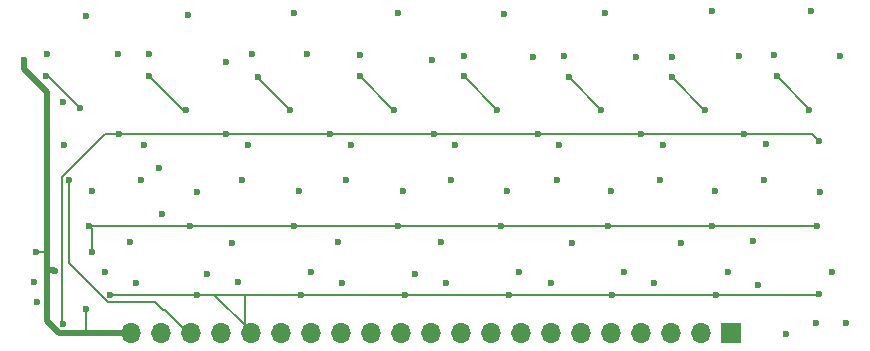
<source format=gbr>
%TF.GenerationSoftware,KiCad,Pcbnew,8.0.8*%
%TF.CreationDate,2025-10-03T14:44:35+02:00*%
%TF.ProjectId,REG8bit-SMD-V3.0,52454738-6269-4742-9d53-4d442d56332e,rev?*%
%TF.SameCoordinates,Original*%
%TF.FileFunction,Copper,L4,Bot*%
%TF.FilePolarity,Positive*%
%FSLAX46Y46*%
G04 Gerber Fmt 4.6, Leading zero omitted, Abs format (unit mm)*
G04 Created by KiCad (PCBNEW 8.0.8) date 2025-10-03 14:44:35*
%MOMM*%
%LPD*%
G01*
G04 APERTURE LIST*
%TA.AperFunction,ComponentPad*%
%ADD10O,1.700000X1.700000*%
%TD*%
%TA.AperFunction,ComponentPad*%
%ADD11R,1.700000X1.700000*%
%TD*%
%TA.AperFunction,ViaPad*%
%ADD12C,0.600000*%
%TD*%
%TA.AperFunction,Conductor*%
%ADD13C,0.500000*%
%TD*%
%TA.AperFunction,Conductor*%
%ADD14C,0.200000*%
%TD*%
G04 APERTURE END LIST*
D10*
%TO.P,J2,21,Pin_21*%
%TO.N,VCC*%
X59500000Y-131700000D03*
%TO.P,J2,20,Pin_20*%
%TO.N,Earth*%
X62040000Y-131700000D03*
%TO.P,J2,19,Pin_19*%
%TO.N,/RST*%
X64580000Y-131700000D03*
%TO.P,J2,18,Pin_18*%
%TO.N,/R*%
X67120000Y-131700000D03*
%TO.P,J2,17,Pin_17*%
%TO.N,/W*%
X69660000Y-131700000D03*
%TO.P,J2,16,Pin_16*%
%TO.N,Net-(J2-Pin_16)*%
X72200000Y-131700000D03*
%TO.P,J2,15,Pin_15*%
%TO.N,Net-(J2-Pin_15)*%
X74740000Y-131700000D03*
%TO.P,J2,14,Pin_14*%
%TO.N,Net-(J2-Pin_14)*%
X77280000Y-131700000D03*
%TO.P,J2,13,Pin_13*%
%TO.N,Net-(J2-Pin_13)*%
X79820000Y-131700000D03*
%TO.P,J2,12,Pin_12*%
%TO.N,Net-(J2-Pin_12)*%
X82360000Y-131700000D03*
%TO.P,J2,11,Pin_11*%
%TO.N,Net-(J2-Pin_11)*%
X84900000Y-131700000D03*
%TO.P,J2,10,Pin_10*%
%TO.N,Net-(J2-Pin_10)*%
X87440000Y-131700000D03*
%TO.P,J2,9,Pin_9*%
%TO.N,Net-(J2-Pin_9)*%
X89980000Y-131700000D03*
%TO.P,J2,8,Pin_8*%
%TO.N,Net-(J2-Pin_8)*%
X92520000Y-131700000D03*
%TO.P,J2,7,Pin_7*%
%TO.N,Net-(J2-Pin_7)*%
X95060000Y-131700000D03*
%TO.P,J2,6,Pin_6*%
%TO.N,Net-(J2-Pin_6)*%
X97600000Y-131700000D03*
%TO.P,J2,5,Pin_5*%
%TO.N,Net-(J2-Pin_5)*%
X100140000Y-131700000D03*
%TO.P,J2,4,Pin_4*%
%TO.N,Net-(J2-Pin_4)*%
X102680000Y-131700000D03*
%TO.P,J2,3,Pin_3*%
%TO.N,Net-(J2-Pin_3)*%
X105220000Y-131700000D03*
%TO.P,J2,2,Pin_2*%
%TO.N,Net-(J2-Pin_2)*%
X107760000Y-131700000D03*
D11*
%TO.P,J2,1,Pin_1*%
%TO.N,Net-(J2-Pin_1)*%
X110300000Y-131700000D03*
%TD*%
D12*
%TO.N,VCC*%
X112169541Y-123980459D03*
X50500000Y-108600000D03*
X85819541Y-124030459D03*
X77034541Y-124045459D03*
X68127015Y-124114892D03*
X106100000Y-124150000D03*
X96900000Y-124150000D03*
X115000000Y-131800000D03*
X120100000Y-130900000D03*
X59432041Y-124042959D03*
X51500000Y-124900000D03*
X55700000Y-129700000D03*
X53100000Y-126449999D03*
%TO.N,Earth*%
X117843750Y-119756250D03*
X109000000Y-119700000D03*
X100200000Y-119712500D03*
X91100000Y-104700000D03*
X65093750Y-119806250D03*
X51600000Y-129100000D03*
X113340552Y-115753052D03*
X104600000Y-115812500D03*
X95800000Y-115812500D03*
X87000000Y-115812500D03*
X91393750Y-119706250D03*
X73800000Y-119712500D03*
X117500000Y-130900000D03*
X118900000Y-126600000D03*
X110100000Y-126600000D03*
X101300000Y-126600000D03*
X92400000Y-126600000D03*
X83600000Y-126700000D03*
X74800000Y-126600000D03*
X66000000Y-126700000D03*
X57300000Y-126600000D03*
X60600000Y-115812500D03*
X69400000Y-115812500D03*
X78200000Y-115812500D03*
X82600000Y-119712500D03*
X61900000Y-117800000D03*
X62200000Y-121700000D03*
X53875000Y-115812500D03*
X56200000Y-119712500D03*
X53800000Y-112200000D03*
X52400000Y-108100000D03*
X58400000Y-108100000D03*
X61100000Y-108100000D03*
X67600000Y-108800000D03*
X69800000Y-108100000D03*
X74400000Y-108100000D03*
X78922492Y-108177508D03*
X87700000Y-108300000D03*
X85000000Y-108600000D03*
X93600000Y-108400000D03*
X96200000Y-108300000D03*
X102300000Y-108400000D03*
X105300000Y-108400000D03*
X111000000Y-108300000D03*
X114000000Y-108200000D03*
X119600000Y-108300000D03*
X117100000Y-104500000D03*
X108700000Y-104500000D03*
X99700000Y-104600000D03*
X82100000Y-104600000D03*
X73300000Y-104600000D03*
X64400000Y-104800000D03*
X55700000Y-104900000D03*
%TO.N,/R*%
X67600000Y-114900000D03*
X76400000Y-114900000D03*
X85200000Y-114900000D03*
X94000000Y-114900000D03*
X102700000Y-114900000D03*
X111400000Y-114900000D03*
X117800000Y-115500000D03*
X58500000Y-114900000D03*
X53800000Y-131000000D03*
%TO.N,Net-(Q1-D)*%
X56200000Y-124900000D03*
X64500000Y-122700000D03*
X73300000Y-122700000D03*
X82100000Y-122700000D03*
X90900000Y-122700000D03*
X99900000Y-122700000D03*
X108700000Y-122700000D03*
X117600000Y-122700000D03*
X56000000Y-122700000D03*
%TO.N,Net-(Q77-D)*%
X114200000Y-110000000D03*
X116962500Y-112825000D03*
%TO.N,Net-(Q67-D)*%
X108162500Y-112825000D03*
X105300000Y-110100000D03*
%TO.N,Net-(Q57-D)*%
X99362500Y-112825000D03*
X96600000Y-110100000D03*
%TO.N,Net-(Q47-D)*%
X90562500Y-112825000D03*
X87700000Y-110000000D03*
%TO.N,Net-(Q37-D)*%
X81762500Y-112825000D03*
X78900000Y-110000000D03*
%TO.N,Net-(Q27-D)*%
X72962500Y-112825000D03*
X70300000Y-110100000D03*
%TO.N,Net-(Q17-D)*%
X64162500Y-112825000D03*
X61100000Y-110000000D03*
%TO.N,/RST*%
X104300000Y-118800000D03*
X68900000Y-118800000D03*
X77700000Y-118800000D03*
X54300000Y-118800000D03*
X60400000Y-118800000D03*
X113100000Y-118800000D03*
X95600000Y-118800000D03*
X86600000Y-118800000D03*
%TO.N,Net-(Q10-D)*%
X52300000Y-110000000D03*
X55200000Y-112700000D03*
%TO.N,Net-(J2-Pin_1)*%
X112600000Y-127700000D03*
%TO.N,Net-(J2-Pin_3)*%
X95100000Y-127500000D03*
%TO.N,/W*%
X73900000Y-128500000D03*
X109100000Y-128500000D03*
X117800000Y-128400000D03*
X65100000Y-128500000D03*
X91500000Y-128500000D03*
X57800000Y-128500000D03*
X82700000Y-128500000D03*
X100300000Y-128500000D03*
%TO.N,Net-(J2-Pin_2)*%
X103800000Y-127500000D03*
%TO.N,Net-(J2-Pin_4)*%
X86200000Y-127500000D03*
%TO.N,Net-(J2-Pin_8)*%
X51300000Y-127400000D03*
%TO.N,Net-(J2-Pin_7)*%
X60000000Y-127500000D03*
%TO.N,Net-(J2-Pin_6)*%
X68600000Y-127400000D03*
%TO.N,Net-(J2-Pin_5)*%
X77400000Y-127500000D03*
%TD*%
D13*
%TO.N,VCC*%
X52400000Y-111300000D02*
X50500000Y-109400000D01*
X52400000Y-124900000D02*
X52400000Y-111300000D01*
X50500000Y-109400000D02*
X50500000Y-108600000D01*
D14*
%TO.N,/W*%
X69200000Y-131480000D02*
X69200000Y-128500000D01*
X69520000Y-131420000D02*
X69520000Y-131800000D01*
X66600000Y-128500000D02*
X69520000Y-131420000D01*
X65100000Y-128500000D02*
X66600000Y-128500000D01*
X69520000Y-131800000D02*
X69200000Y-131480000D01*
%TO.N,/RST*%
X57551471Y-129100000D02*
X54300000Y-125848529D01*
X61600000Y-129100000D02*
X57551471Y-129100000D01*
X62420000Y-129780000D02*
X62280000Y-129780000D01*
X62280000Y-129780000D02*
X61600000Y-129100000D01*
X64440000Y-131800000D02*
X62420000Y-129780000D01*
X54300000Y-125848529D02*
X54300000Y-118800000D01*
D13*
%TO.N,VCC*%
X59360000Y-131800000D02*
X59310000Y-131750000D01*
X59310000Y-131750000D02*
X55400000Y-131750000D01*
D14*
X51500000Y-124900000D02*
X52400000Y-124900000D01*
D13*
X52400000Y-126400000D02*
X52400000Y-124900000D01*
X55400000Y-131750000D02*
X53419670Y-131750000D01*
D14*
X55700000Y-131450000D02*
X55400000Y-131750000D01*
X55700000Y-129700000D02*
X55700000Y-131450000D01*
D13*
X53419670Y-131750000D02*
X52400000Y-130730330D01*
X52400000Y-130730330D02*
X52400000Y-126400000D01*
X53050001Y-126400000D02*
X53100000Y-126449999D01*
X52400000Y-126400000D02*
X53050001Y-126400000D01*
D14*
%TO.N,/R*%
X67600000Y-114900000D02*
X76400000Y-114900000D01*
X58500000Y-114900000D02*
X67600000Y-114900000D01*
X76400000Y-114900000D02*
X85200000Y-114900000D01*
X85200000Y-114900000D02*
X94000000Y-114900000D01*
X94000000Y-114900000D02*
X102700000Y-114900000D01*
X102700000Y-114900000D02*
X111400000Y-114900000D01*
X111400000Y-114900000D02*
X117200000Y-114900000D01*
X117200000Y-114900000D02*
X117800000Y-115500000D01*
X53700000Y-130900000D02*
X53700000Y-118551471D01*
X53800000Y-131000000D02*
X53700000Y-130900000D01*
X57351471Y-114900000D02*
X58500000Y-114900000D01*
X53700000Y-118551471D02*
X57351471Y-114900000D01*
%TO.N,Net-(Q1-D)*%
X56200000Y-124900000D02*
X56200000Y-122900000D01*
X56200000Y-122900000D02*
X56000000Y-122700000D01*
X64500000Y-122700000D02*
X73300000Y-122700000D01*
X56000000Y-122700000D02*
X64500000Y-122700000D01*
X73300000Y-122700000D02*
X82100000Y-122700000D01*
X82100000Y-122700000D02*
X90900000Y-122700000D01*
X90900000Y-122700000D02*
X99900000Y-122700000D01*
X99900000Y-122700000D02*
X108700000Y-122700000D01*
X108700000Y-122700000D02*
X117600000Y-122700000D01*
%TO.N,Net-(Q77-D)*%
X114200000Y-110000000D02*
X116962500Y-112762500D01*
X116962500Y-112762500D02*
X116962500Y-112825000D01*
%TO.N,Net-(Q67-D)*%
X108025000Y-112825000D02*
X108162500Y-112825000D01*
X105300000Y-110100000D02*
X108025000Y-112825000D01*
%TO.N,Net-(Q57-D)*%
X99325000Y-112825000D02*
X99362500Y-112825000D01*
X96600000Y-110100000D02*
X99325000Y-112825000D01*
%TO.N,Net-(Q47-D)*%
X90525000Y-112825000D02*
X90562500Y-112825000D01*
X87700000Y-110000000D02*
X90525000Y-112825000D01*
%TO.N,Net-(Q37-D)*%
X78900000Y-110000000D02*
X81725000Y-112825000D01*
X81725000Y-112825000D02*
X81762500Y-112825000D01*
%TO.N,Net-(Q27-D)*%
X70437500Y-110300000D02*
X72962500Y-112825000D01*
X70300000Y-110100000D02*
X70437500Y-110237500D01*
X70437500Y-110237500D02*
X70437500Y-110300000D01*
%TO.N,Net-(Q17-D)*%
X61100000Y-110000000D02*
X63925000Y-112825000D01*
X63925000Y-112825000D02*
X64162500Y-112825000D01*
%TO.N,Net-(Q10-D)*%
X55200000Y-112700000D02*
X52500000Y-110000000D01*
X52500000Y-110000000D02*
X52300000Y-110000000D01*
%TO.N,/W*%
X109100000Y-128500000D02*
X117700000Y-128500000D01*
X57800000Y-128500000D02*
X65100000Y-128500000D01*
X65100000Y-128500000D02*
X69200000Y-128500000D01*
X69200000Y-128500000D02*
X73900000Y-128500000D01*
X91500000Y-128500000D02*
X100300000Y-128500000D01*
X82700000Y-128500000D02*
X91500000Y-128500000D01*
X117700000Y-128500000D02*
X117800000Y-128400000D01*
X73900000Y-128500000D02*
X82700000Y-128500000D01*
X100300000Y-128500000D02*
X109100000Y-128500000D01*
%TD*%
M02*

</source>
